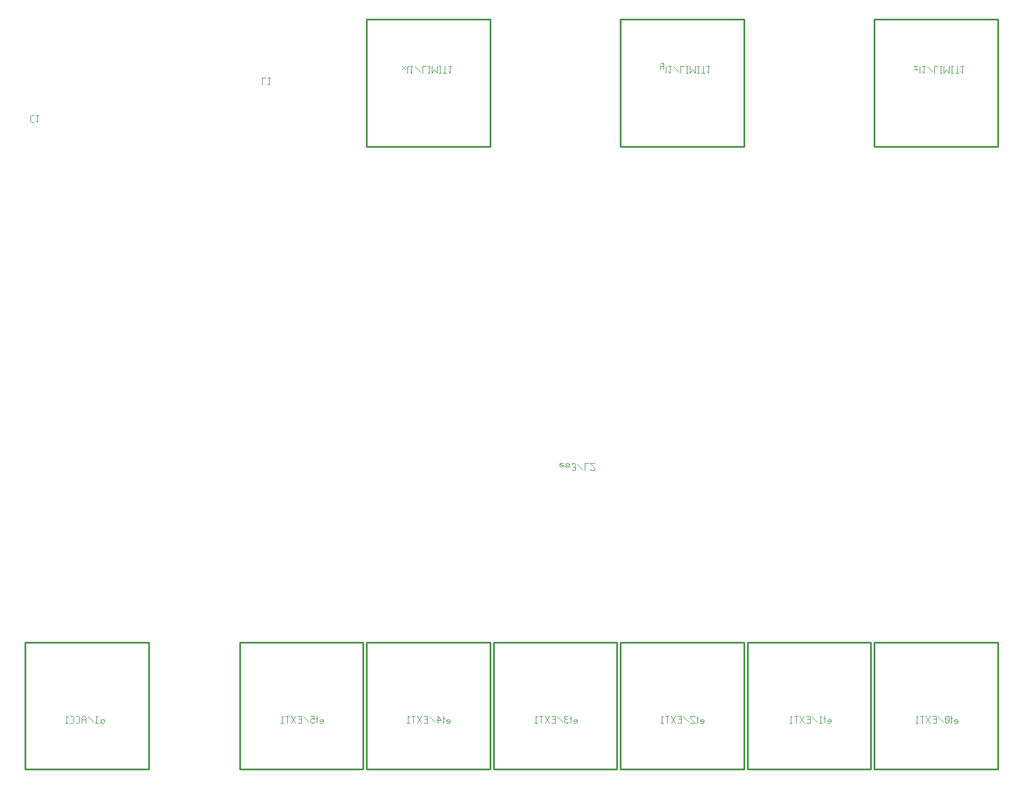
<source format=gbr>
G04 start of page 9 for group -4078 idx -4078 *
G04 Title: (unknown), bottomsilk *
G04 Creator: pcb 1.99z *
G04 CreationDate: Sat Nov 14 22:14:47 2015 UTC *
G04 For: commonadmin *
G04 Format: Gerber/RS-274X *
G04 PCB-Dimensions (mil): 5600.00 4300.00 *
G04 PCB-Coordinate-Origin: lower left *
%MOIN*%
%FSLAX25Y25*%
%LNBOTTOMSILK*%
%ADD88C,0.0040*%
%ADD87C,0.0100*%
G54D87*X210000Y73445D02*X255000D01*
X253976D02*X267756D01*
X197283D02*Y44469D01*
Y73445D02*X212205D01*
X197283Y44508D02*Y1004D01*
X267756Y73445D02*Y44469D01*
Y44508D02*Y1004D01*
X197283D02*X267756D01*
X282500Y73445D02*X327500D01*
X326476D02*X340256D01*
X269783D02*Y44469D01*
Y73445D02*X284705D01*
X269783Y44508D02*Y1004D01*
X340256Y73445D02*Y44469D01*
Y44508D02*Y1004D01*
X269783D02*X340256D01*
X355000Y73445D02*X400000D01*
X398976D02*X412756D01*
X342283D02*Y44469D01*
Y73445D02*X357205D01*
X342283Y44508D02*Y1004D01*
X412756Y73445D02*Y44469D01*
Y44508D02*Y1004D01*
X342283D02*X412756D01*
X427500Y73445D02*X472500D01*
X471476D02*X485256D01*
X414783D02*Y44469D01*
Y73445D02*X429705D01*
X414783Y44508D02*Y1004D01*
X485256Y73445D02*Y44469D01*
Y44508D02*Y1004D01*
X414783D02*X485256D01*
X137500Y73445D02*X182500D01*
X181476D02*X195256D01*
X124783D02*Y44469D01*
Y73445D02*X139705D01*
X124783Y44508D02*Y1004D01*
X195256Y73445D02*Y44469D01*
Y44508D02*Y1004D01*
X124783D02*X195256D01*
X15000Y73445D02*X60000D01*
X58976D02*X72756D01*
X2283D02*Y44469D01*
Y73445D02*X17205D01*
X2283Y44508D02*Y1004D01*
X72756Y73445D02*Y44469D01*
Y44508D02*Y1004D01*
X2283D02*X72756D01*
X500000Y73445D02*X545000D01*
X543976D02*X557756D01*
X487283D02*Y44469D01*
Y73445D02*X502205D01*
X487283Y44508D02*Y1004D01*
X557756Y73445D02*Y44469D01*
Y44508D02*Y1004D01*
X487283D02*X557756D01*
X210000Y356555D02*X255000D01*
X197244D02*X211024D01*
X267717Y385531D02*Y356555D01*
X252795D02*X267717D01*
Y428996D02*Y385492D01*
X197244Y385531D02*Y356555D01*
Y428996D02*Y385492D01*
Y428996D02*X267717D01*
X355000Y356555D02*X400000D01*
X342244D02*X356024D01*
X412717Y385531D02*Y356555D01*
X397795D02*X412717D01*
Y428996D02*Y385492D01*
X342244Y385531D02*Y356555D01*
Y428996D02*Y385492D01*
Y428996D02*X412717D01*
X500000Y356555D02*X545000D01*
X487244D02*X501024D01*
X557717Y385531D02*Y356555D01*
X542795D02*X557717D01*
Y428996D02*Y385492D01*
X487244Y385531D02*Y356555D01*
Y428996D02*Y385492D01*
Y428996D02*X557717D01*
G54D88*X308000Y175748D02*X309500D01*
X307500Y175248D02*X308000Y175748D01*
X307500Y174248D02*Y175248D01*
Y174248D02*X308000Y173748D01*
X309000D01*
X309500Y174248D01*
X307500Y174748D02*X309500D01*
Y174248D02*Y174748D01*
X311200Y175748D02*X312700D01*
X313200Y175248D01*
X312700Y174748D02*X313200Y175248D01*
X311200Y174748D02*X312700D01*
X310700Y174248D02*X311200Y174748D01*
X310700Y174248D02*X311200Y173748D01*
X312700D01*
X313200Y174248D01*
X310700Y175248D02*X311200Y175748D01*
X314400Y172248D02*X314900Y171748D01*
X315900D01*
X316400Y172248D01*
X315900Y175748D02*X316400Y175248D01*
X314900Y175748D02*X315900D01*
X314400Y175248D02*X314900Y175748D01*
Y173548D02*X315900D01*
X316400Y172248D02*Y173048D01*
Y174048D02*Y175248D01*
Y174048D02*X315900Y173548D01*
X316400Y173048D02*X315900Y173548D01*
X317600Y175248D02*X320600Y172248D01*
X321800Y171748D02*Y175748D01*
X323800D01*
X325000Y172248D02*X325500Y171748D01*
X327000D01*
X327500Y172248D01*
Y173248D01*
X325000Y175748D02*X327500Y173248D01*
X325000Y175748D02*X327500D01*
X315500Y27500D02*X317000D01*
X317500Y28000D02*X317000Y27500D01*
X317500Y28000D02*Y29000D01*
X317000Y29500D01*
X316000D02*X317000D01*
X316000D02*X315500Y29000D01*
Y28500D02*X317500D01*
X315500D02*Y29000D01*
X313800Y28000D02*Y31500D01*
Y28000D02*X313300Y27500D01*
Y30000D02*X314300D01*
X312300Y31000D02*X311800Y31500D01*
X310800D02*X311800D01*
X310800D02*X310300Y31000D01*
X310800Y27500D02*X310300Y28000D01*
X310800Y27500D02*X311800D01*
X312300Y28000D02*X311800Y27500D01*
X310800Y29700D02*X311800D01*
X310300Y30200D02*Y31000D01*
Y28000D02*Y29200D01*
X310800Y29700D01*
X310300Y30200D02*X310800Y29700D01*
X309100Y28000D02*X306100Y31000D01*
X303400Y29700D02*X304900D01*
X302900Y27500D02*X304900D01*
Y31500D01*
X302900D02*X304900D01*
X301700Y27500D02*X299200Y31500D01*
X301700D02*X299200Y27500D01*
X296000Y31500D02*X298000D01*
X297000Y27500D02*Y31500D01*
X294800Y30700D02*X294000Y31500D01*
Y27500D02*Y31500D01*
X293300Y27500D02*X294800D01*
X388000D02*X389500D01*
X390000Y28000D02*X389500Y27500D01*
X390000Y28000D02*Y29000D01*
X389500Y29500D01*
X388500D02*X389500D01*
X388500D02*X388000Y29000D01*
Y28500D02*X390000D01*
X388000D02*Y29000D01*
X386300Y28000D02*Y31500D01*
Y28000D02*X385800Y27500D01*
Y30000D02*X386800D01*
X384800Y31000D02*X384300Y31500D01*
X382800D02*X384300D01*
X382800D02*X382300Y31000D01*
Y30000D02*Y31000D01*
X384800Y27500D02*X382300Y30000D01*
Y27500D02*X384800D01*
X381100Y28000D02*X378100Y31000D01*
X375400Y29700D02*X376900D01*
X374900Y27500D02*X376900D01*
Y31500D01*
X374900D02*X376900D01*
X373700Y27500D02*X371200Y31500D01*
X373700D02*X371200Y27500D01*
X368000Y31500D02*X370000D01*
X369000Y27500D02*Y31500D01*
X366800Y30700D02*X366000Y31500D01*
Y27500D02*Y31500D01*
X365300Y27500D02*X366800D01*
X460500D02*X462000D01*
X462500Y28000D02*X462000Y27500D01*
X462500Y28000D02*Y29000D01*
X462000Y29500D01*
X461000D02*X462000D01*
X461000D02*X460500Y29000D01*
Y28500D02*X462500D01*
X460500D02*Y29000D01*
X458800Y28000D02*Y31500D01*
Y28000D02*X458300Y27500D01*
Y30000D02*X459300D01*
X457300Y30700D02*X456500Y31500D01*
Y27500D02*Y31500D01*
X455800Y27500D02*X457300D01*
X454600Y28000D02*X451600Y31000D01*
X448900Y29700D02*X450400D01*
X448400Y27500D02*X450400D01*
Y31500D01*
X448400D02*X450400D01*
X447200Y27500D02*X444700Y31500D01*
X447200D02*X444700Y27500D01*
X441500Y31500D02*X443500D01*
X442500Y27500D02*Y31500D01*
X440300Y30700D02*X439500Y31500D01*
Y27500D02*Y31500D01*
X438800Y27500D02*X440300D01*
X533000D02*X534500D01*
X535000Y28000D02*X534500Y27500D01*
X535000Y28000D02*Y29000D01*
X534500Y29500D01*
X533500D02*X534500D01*
X533500D02*X533000Y29000D01*
Y28500D02*X535000D01*
X533000D02*Y29000D01*
X531300Y28000D02*Y31500D01*
Y28000D02*X530800Y27500D01*
Y30000D02*X531800D01*
X529800Y28000D02*X529300Y27500D01*
X529800Y28000D02*Y31000D01*
X529300Y31500D01*
X528300D02*X529300D01*
X528300D02*X527800Y31000D01*
Y28000D02*Y31000D01*
X528300Y27500D02*X527800Y28000D01*
X528300Y27500D02*X529300D01*
X529800Y28500D02*X527800Y30500D01*
X526600Y28000D02*X523600Y31000D01*
X520900Y29700D02*X522400D01*
X520400Y27500D02*X522400D01*
Y31500D01*
X520400D02*X522400D01*
X519200Y27500D02*X516700Y31500D01*
X519200D02*X516700Y27500D01*
X513500Y31500D02*X515500D01*
X514500Y27500D02*Y31500D01*
X512300Y30700D02*X511500Y31500D01*
Y27500D02*Y31500D01*
X510800Y27500D02*X512300D01*
X217500Y400500D02*X219500Y402500D01*
X217500D02*X219500Y400500D01*
X220700Y398500D02*Y402000D01*
X221200Y402500D01*
X222200Y399300D02*X223000Y398500D01*
Y402500D01*
X222200D02*X223700D01*
X224900Y402000D02*X227900Y399000D01*
X229100Y398500D02*Y402500D01*
X231100D01*
X232300Y398500D02*X233300D01*
X232800D02*Y402500D01*
X232300D02*X233300D01*
X234500Y398500D02*Y402500D01*
Y398500D02*X236000Y400500D01*
X237500Y398500D01*
Y402500D01*
X238700Y398500D02*X239700D01*
X239200D02*Y402500D01*
X238700D02*X239700D01*
X240900Y398500D02*X242900D01*
X241900D02*Y402500D01*
X244100Y399300D02*X244900Y398500D01*
Y402500D01*
X244100D02*X245600D01*
X365000Y400500D02*Y402000D01*
X365500Y402500D01*
X367000Y400500D02*Y403500D01*
X366500Y404000D02*X367000Y403500D01*
X365500Y404000D02*X366500D01*
X365000Y403500D02*X365500Y404000D01*
Y402500D02*X366500D01*
X367000Y402000D01*
X368200Y398500D02*Y402000D01*
X368700Y402500D01*
X369700Y399300D02*X370500Y398500D01*
Y402500D01*
X369700D02*X371200D01*
X372400Y402000D02*X375400Y399000D01*
X376600Y398500D02*Y402500D01*
X378600D01*
X379800Y398500D02*X380800D01*
X380300D02*Y402500D01*
X379800D02*X380800D01*
X382000Y398500D02*Y402500D01*
Y398500D02*X383500Y400500D01*
X385000Y398500D01*
Y402500D01*
X386200Y398500D02*X387200D01*
X386700D02*Y402500D01*
X386200D02*X387200D01*
X388400Y398500D02*X390400D01*
X389400D02*Y402500D01*
X391600Y399300D02*X392400Y398500D01*
Y402500D01*
X391600D02*X393100D01*
X510000Y400500D02*X512000D01*
X510000Y402500D02*X512000Y400500D01*
X510000Y402500D02*X512000D01*
X513200Y398500D02*Y402000D01*
X513700Y402500D01*
X514700Y399300D02*X515500Y398500D01*
Y402500D01*
X514700D02*X516200D01*
X517400Y402000D02*X520400Y399000D01*
X521600Y398500D02*Y402500D01*
X523600D01*
X524800Y398500D02*X525800D01*
X525300D02*Y402500D01*
X524800D02*X525800D01*
X527000Y398500D02*Y402500D01*
Y398500D02*X528500Y400500D01*
X530000Y398500D01*
Y402500D01*
X531200Y398500D02*X532200D01*
X531700D02*Y402500D01*
X531200D02*X532200D01*
X533400Y398500D02*X535400D01*
X534400D02*Y402500D01*
X536600Y399300D02*X537400Y398500D01*
Y402500D01*
X536600D02*X538100D01*
X5976Y374350D02*X7276D01*
X5276Y373650D02*X5976Y374350D01*
X5276Y371050D02*Y373650D01*
Y371050D02*X5976Y370350D01*
X7276D01*
X8476Y371150D02*X9276Y370350D01*
Y374350D01*
X8476D02*X9976D01*
X137500Y391748D02*Y395748D01*
X139500D01*
X140700Y392548D02*X141500Y391748D01*
Y395748D01*
X140700D02*X142200D01*
X170500Y27500D02*X172000D01*
X172500Y28000D02*X172000Y27500D01*
X172500Y28000D02*Y29000D01*
X172000Y29500D01*
X171000D02*X172000D01*
X171000D02*X170500Y29000D01*
Y28500D02*X172500D01*
X170500D02*Y29000D01*
X168800Y28000D02*Y31500D01*
Y28000D02*X168300Y27500D01*
Y30000D02*X169300D01*
X165300Y31500D02*X167300D01*
Y29500D02*Y31500D01*
Y29500D02*X166800Y30000D01*
X165800D02*X166800D01*
X165800D02*X165300Y29500D01*
Y28000D02*Y29500D01*
X165800Y27500D02*X165300Y28000D01*
X165800Y27500D02*X166800D01*
X167300Y28000D02*X166800Y27500D01*
X164100Y28000D02*X161100Y31000D01*
X158400Y29700D02*X159900D01*
X157900Y27500D02*X159900D01*
Y31500D01*
X157900D02*X159900D01*
X156700Y27500D02*X154200Y31500D01*
X156700D02*X154200Y27500D01*
X151000Y31500D02*X153000D01*
X152000Y27500D02*Y31500D01*
X149800Y30700D02*X149000Y31500D01*
Y27500D02*Y31500D01*
X148300Y27500D02*X149800D01*
X243000D02*X244500D01*
X245000Y28000D02*X244500Y27500D01*
X245000Y28000D02*Y29000D01*
X244500Y29500D01*
X243500D02*X244500D01*
X243500D02*X243000Y29000D01*
Y28500D02*X245000D01*
X243000D02*Y29000D01*
X241300Y28000D02*Y31500D01*
Y28000D02*X240800Y27500D01*
Y30000D02*X241800D01*
X239800Y29000D02*X237800Y31500D01*
X237300Y29000D02*X239800D01*
X237800Y27500D02*Y31500D01*
X236100Y28000D02*X233100Y31000D01*
X230400Y29700D02*X231900D01*
X229900Y27500D02*X231900D01*
Y31500D01*
X229900D02*X231900D01*
X228700Y27500D02*X226200Y31500D01*
X228700D02*X226200Y27500D01*
X223000Y31500D02*X225000D01*
X224000Y27500D02*Y31500D01*
X221800Y30700D02*X221000Y31500D01*
Y27500D02*Y31500D01*
X220300Y27500D02*X221800D01*
X46000Y29500D02*X45500Y29000D01*
X46000Y29500D02*X47000D01*
X47500Y29000D02*X47000Y29500D01*
X47500Y28000D02*Y29000D01*
Y28000D02*X47000Y27500D01*
X45500Y28000D02*Y29500D01*
Y28000D02*X45000Y27500D01*
X46000D02*X47000D01*
X46000D02*X45500Y28000D01*
X43800Y30700D02*X43000Y31500D01*
Y27500D02*Y31500D01*
X42300Y27500D02*X43800D01*
X41100Y28000D02*X38100Y31000D01*
X36900Y27500D02*Y30500D01*
X36200Y31500D01*
X35100D02*X36200D01*
X35100D02*X34400Y30500D01*
Y27500D02*Y30500D01*
Y29500D02*X36900D01*
X31200Y27500D02*X32500D01*
X33200Y28200D02*X32500Y27500D01*
X33200Y28200D02*Y30800D01*
X32500Y31500D01*
X31200D02*X32500D01*
X28000Y27500D02*X29300D01*
X30000Y28200D02*X29300Y27500D01*
X30000Y28200D02*Y30800D01*
X29300Y31500D01*
X28000D02*X29300D01*
X26800Y30700D02*X26000Y31500D01*
Y27500D02*Y31500D01*
X25300Y27500D02*X26800D01*
M02*

</source>
